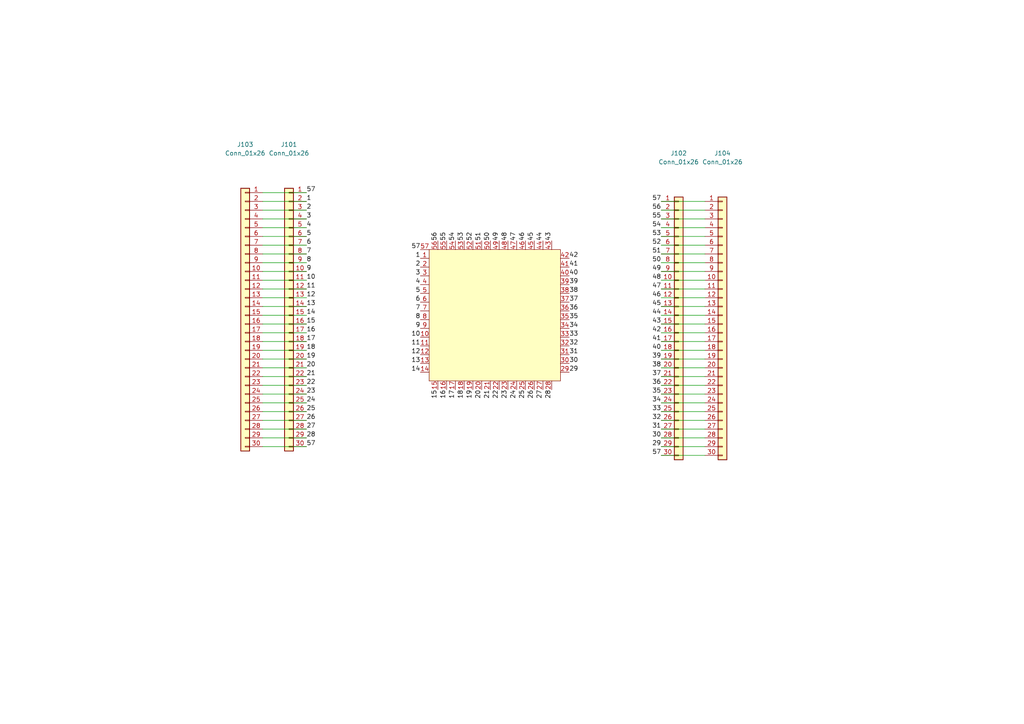
<source format=kicad_sch>
(kicad_sch (version 20250114) (generator "eeschema") (generator_version "9.0")
  (paper "A4")
  (lib_symbols
    (symbol "Connector_Generic:Conn_01x30" (pin_names (offset 1.016) (hide yes))
      (property "Reference" "J" (at 0 38.1 0))
      (property "Value" "Conn_01x30" (at 0 -40.64 0))
      (symbol "Conn_01x30_1_1"
        (rectangle (start -1.27 36.83) (end 1.27 -39.37) (stroke (width 0.254)) (fill (type background)))
        (rectangle (start -1.27 35.687) (end 0 35.433) (stroke (width 0.1524)))
        (rectangle (start -1.27 33.147) (end 0 32.893) (stroke (width 0.1524)))
        (rectangle (start -1.27 30.607) (end 0 30.353) (stroke (width 0.1524)))
        (rectangle (start -1.27 28.067) (end 0 27.813) (stroke (width 0.1524)))
        (rectangle (start -1.27 25.527) (end 0 25.273) (stroke (width 0.1524)))
        (rectangle (start -1.27 22.987) (end 0 22.733) (stroke (width 0.1524)))
        (rectangle (start -1.27 20.447) (end 0 20.193) (stroke (width 0.1524)))
        (rectangle (start -1.27 17.907) (end 0 17.653) (stroke (width 0.1524)))
        (rectangle (start -1.27 15.367) (end 0 15.113) (stroke (width 0.1524)))
        (rectangle (start -1.27 12.827) (end 0 12.573) (stroke (width 0.1524)))
        (rectangle (start -1.27 10.287) (end 0 10.033) (stroke (width 0.1524)))
        (rectangle (start -1.27 7.747) (end 0 7.493) (stroke (width 0.1524)))
        (rectangle (start -1.27 5.207) (end 0 4.953) (stroke (width 0.1524)))
        (rectangle (start -1.27 2.667) (end 0 2.413) (stroke (width 0.1524)))
        (rectangle (start -1.27 0.127) (end 0 -0.127) (stroke (width 0.1524)))
        (rectangle (start -1.27 -2.413) (end 0 -2.667) (stroke (width 0.1524)))
        (rectangle (start -1.27 -4.953) (end 0 -5.207) (stroke (width 0.1524)))
        (rectangle (start -1.27 -7.493) (end 0 -7.747) (stroke (width 0.1524)))
        (rectangle (start -1.27 -10.033) (end 0 -10.287) (stroke (width 0.1524)))
        (rectangle (start -1.27 -12.573) (end 0 -12.827) (stroke (width 0.1524)))
        (rectangle (start -1.27 -15.113) (end 0 -15.367) (stroke (width 0.1524)))
        (rectangle (start -1.27 -17.653) (end 0 -17.907) (stroke (width 0.1524)))
        (rectangle (start -1.27 -20.193) (end 0 -20.447) (stroke (width 0.1524)))
        (rectangle (start -1.27 -22.733) (end 0 -22.987) (stroke (width 0.1524)))
        (rectangle (start -1.27 -25.273) (end 0 -25.527) (stroke (width 0.1524)))
        (rectangle (start -1.27 -27.813) (end 0 -28.067) (stroke (width 0.1524)))
        (rectangle (start -1.27 -30.353) (end 0 -30.607) (stroke (width 0.1524)))
        (rectangle (start -1.27 -32.893) (end 0 -33.147) (stroke (width 0.1524)))
        (rectangle (start -1.27 -35.433) (end 0 -35.687) (stroke (width 0.1524)))
        (rectangle (start -1.27 -37.973) (end 0 -38.227) (stroke (width 0.1524)))
        (pin passive line (at -5.08 35.56 0) (length 3.81) (name "Pin_1") (number "1"))
        (pin passive line (at -5.08 33.02 0) (length 3.81) (name "Pin_2") (number "2"))
        (pin passive line (at -5.08 30.48 0) (length 3.81) (name "Pin_3") (number "3"))
        (pin passive line (at -5.08 27.94 0) (length 3.81) (name "Pin_4") (number "4"))
        (pin passive line (at -5.08 25.4 0) (length 3.81) (name "Pin_5") (number "5"))
        (pin passive line (at -5.08 22.86 0) (length 3.81) (name "Pin_6") (number "6"))
        (pin passive line (at -5.08 20.32 0) (length 3.81) (name "Pin_7") (number "7"))
        (pin passive line (at -5.08 17.78 0) (length 3.81) (name "Pin_8") (number "8"))
        (pin passive line (at -5.08 15.24 0) (length 3.81) (name "Pin_9") (number "9"))
        (pin passive line (at -5.08 12.7 0) (length 3.81) (name "Pin_10") (number "10"))
        (pin passive line (at -5.08 10.16 0) (length 3.81) (name "Pin_11") (number "11"))
        (pin passive line (at -5.08 7.62 0) (length 3.81) (name "Pin_12") (number "12"))
        (pin passive line (at -5.08 5.08 0) (length 3.81) (name "Pin_13") (number "13"))
        (pin passive line (at -5.08 2.54 0) (length 3.81) (name "Pin_14") (number "14"))
        (pin passive line (at -5.08 0 0) (length 3.81) (name "Pin_15") (number "15"))
        (pin passive line (at -5.08 -2.54 0) (length 3.81) (name "Pin_16") (number "16"))
        (pin passive line (at -5.08 -5.08 0) (length 3.81) (name "Pin_17") (number "17"))
        (pin passive line (at -5.08 -7.62 0) (length 3.81) (name "Pin_18") (number "18"))
        (pin passive line (at -5.08 -10.16 0) (length 3.81) (name "Pin_19") (number "19"))
        (pin passive line (at -5.08 -12.7 0) (length 3.81) (name "Pin_20") (number "20"))
        (pin passive line (at -5.08 -15.24 0) (length 3.81) (name "Pin_21") (number "21"))
        (pin passive line (at -5.08 -17.78 0) (length 3.81) (name "Pin_22") (number "22"))
        (pin passive line (at -5.08 -20.32 0) (length 3.81) (name "Pin_23") (number "23"))
        (pin passive line (at -5.08 -22.86 0) (length 3.81) (name "Pin_24") (number "24"))
        (pin passive line (at -5.08 -25.4 0) (length 3.81) (name "Pin_25") (number "25"))
        (pin passive line (at -5.08 -27.94 0) (length 3.81) (name "Pin_26") (number "26"))
        (pin passive line (at -5.08 -30.48 0) (length 3.81) (name "Pin_27") (number "27"))
        (pin passive line (at -5.08 -33.02 0) (length 3.81) (name "Pin_28") (number "28"))
        (pin passive line (at -5.08 -35.56 0) (length 3.81) (name "Pin_29") (number "29"))
        (pin passive line (at -5.08 -38.1 0) (length 3.81) (name "Pin_30") (number "30"))
      )
    )
    (symbol "Interface_Ethernet:VSC8541XMV-0x"
      (symbol "VSC8541XMV-0x_0_0"
        (pin unspecified line (at -21.59 16.51 0) (length 2.54) (name "") (number "1"))
        (pin unspecified line (at -21.59 13.97 0) (length 2.54) (name "") (number "2"))
        (pin unspecified line (at -21.59 11.43 0) (length 2.54) (name "") (number "3"))
        (pin unspecified line (at -21.59 8.89 0) (length 2.54) (name "") (number "4"))
        (pin unspecified line (at -21.59 6.35 0) (length 2.54) (name "") (number "5"))
        (pin unspecified line (at -21.59 3.81 0) (length 2.54) (name "") (number "6"))
        (pin unspecified line (at -21.59 1.27 0) (length 2.54) (name "") (number "7"))
        (pin unspecified line (at -21.59 -1.27 0) (length 2.54) (name "") (number "8"))
        (pin unspecified line (at -21.59 -3.81 0) (length 2.54) (name "") (number "9"))
        (pin unspecified line (at -21.59 -6.35 0) (length 2.54) (name "") (number "10"))
        (pin unspecified line (at -21.59 -8.89 0) (length 2.54) (name "") (number "11"))
        (pin unspecified line (at -21.59 -11.43 0) (length 2.54) (name "") (number "12"))
        (pin unspecified line (at -21.59 -13.97 0) (length 2.54) (name "") (number "13"))
        (pin unspecified line (at -21.59 -16.51 0) (length 2.54) (name "") (number "14"))
        (pin unspecified line (at -16.51 21.59 270) (length 2.54) (name "") (number "56"))
        (pin unspecified line (at -16.51 -21.59 90) (length 2.54) (name "") (number "15"))
        (pin unspecified line (at -13.97 21.59 270) (length 2.54) (name "") (number "55"))
        (pin unspecified line (at -13.97 -21.59 90) (length 2.54) (name "") (number "16"))
        (pin unspecified line (at -11.43 21.59 270) (length 2.54) (name "") (number "54"))
        (pin unspecified line (at -11.43 -21.59 90) (length 2.54) (name "") (number "17"))
        (pin unspecified line (at -8.89 21.59 270) (length 2.54) (name "") (number "53"))
        (pin unspecified line (at -8.89 -21.59 90) (length 2.54) (name "") (number "18"))
        (pin unspecified line (at -6.35 21.59 270) (length 2.54) (name "") (number "52"))
        (pin unspecified line (at -6.35 -21.59 90) (length 2.54) (name "") (number "19"))
        (pin unspecified line (at -3.81 21.59 270) (length 2.54) (name "") (number "51"))
        (pin unspecified line (at -3.81 -21.59 90) (length 2.54) (name "") (number "20"))
        (pin unspecified line (at -1.27 21.59 270) (length 2.54) (name "") (number "50"))
        (pin unspecified line (at -1.27 -21.59 90) (length 2.54) (name "") (number "21"))
        (pin unspecified line (at 1.27 21.59 270) (length 2.54) (name "") (number "49"))
        (pin unspecified line (at 1.27 -21.59 90) (length 2.54) (name "") (number "22"))
        (pin unspecified line (at 3.81 21.59 270) (length 2.54) (name "") (number "48"))
        (pin unspecified line (at 3.81 -21.59 90) (length 2.54) (name "") (number "23"))
        (pin unspecified line (at 6.35 21.59 270) (length 2.54) (name "") (number "47"))
        (pin unspecified line (at 6.35 -21.59 90) (length 2.54) (name "") (number "24"))
        (pin unspecified line (at 8.89 21.59 270) (length 2.54) (name "") (number "46"))
        (pin unspecified line (at 8.89 -21.59 90) (length 2.54) (name "") (number "25"))
        (pin unspecified line (at 11.43 21.59 270) (length 2.54) (name "") (number "45"))
        (pin unspecified line (at 11.43 -21.59 90) (length 2.54) (name "") (number "26"))
        (pin unspecified line (at 13.97 21.59 270) (length 2.54) (name "") (number "44"))
        (pin unspecified line (at 13.97 -21.59 90) (length 2.54) (name "") (number "27"))
        (pin unspecified line (at 16.51 21.59 270) (length 2.54) (name "") (number "43"))
        (pin unspecified line (at 16.51 -21.59 90) (length 2.54) (name "") (number "28"))
        (pin unspecified line (at 21.59 16.51 180) (length 2.54) (name "") (number "42"))
        (pin unspecified line (at 21.59 13.97 180) (length 2.54) (name "") (number "41"))
        (pin unspecified line (at 21.59 11.43 180) (length 2.54) (name "") (number "40"))
        (pin unspecified line (at 21.59 8.89 180) (length 2.54) (name "") (number "39"))
        (pin unspecified line (at 21.59 6.35 180) (length 2.54) (name "") (number "38"))
        (pin unspecified line (at 21.59 3.81 180) (length 2.54) (name "") (number "37"))
        (pin unspecified line (at 21.59 1.27 180) (length 2.54) (name "") (number "36"))
        (pin unspecified line (at 21.59 -1.27 180) (length 2.54) (name "") (number "35"))
        (pin unspecified line (at 21.59 -3.81 180) (length 2.54) (name "") (number "34"))
        (pin unspecified line (at 21.59 -6.35 180) (length 2.54) (name "") (number "33"))
        (pin unspecified line (at 21.59 -8.89 180) (length 2.54) (name "") (number "32"))
        (pin unspecified line (at 21.59 -11.43 180) (length 2.54) (name "") (number "31"))
        (pin unspecified line (at 21.59 -13.97 180) (length 2.54) (name "") (number "30"))
        (pin unspecified line (at 21.59 -16.51 180) (length 2.54) (name "") (number "29"))
      )
      (symbol "VSC8541XMV-0x_1_0"
        (pin unspecified line (at -21.59 19.05 0) (length 2.54) (name "") (number "57"))
      )
      (symbol "VSC8541XMV-0x_1_1"
        (rectangle (start -19.05 19.05) (end 19.05 -19.05) (fill (type background)))
      )
    )
  )
  (wire (pts (xy 204.47 124.46) (xy 191.77 124.46)))
  (wire (pts (xy 204.47 66.04) (xy 191.77 66.04)))
  (wire (pts (xy 76.2 121.92) (xy 88.9 121.92)))
  (wire (pts (xy 76.2 116.84) (xy 88.9 116.84)))
  (wire (pts (xy 76.2 60.96) (xy 88.9 60.96)))
  (wire (pts (xy 204.47 101.6) (xy 191.77 101.6)))
  (wire (pts (xy 204.47 111.76) (xy 191.77 111.76)))
  (wire (pts (xy 76.2 88.9) (xy 88.9 88.9)))
  (wire (pts (xy 76.2 111.76) (xy 88.9 111.76)))
  (wire (pts (xy 76.2 119.38) (xy 88.9 119.38)))
  (wire (pts (xy 204.47 121.92) (xy 191.77 121.92)))
  (wire (pts (xy 76.2 71.12) (xy 88.9 71.12)))
  (wire (pts (xy 204.47 81.28) (xy 191.77 81.28)))
  (wire (pts (xy 76.2 91.44) (xy 88.9 91.44)))
  (wire (pts (xy 76.2 63.5) (xy 88.9 63.5)))
  (wire (pts (xy 76.2 104.14) (xy 88.9 104.14)))
  (wire (pts (xy 76.2 66.04) (xy 88.9 66.04)))
  (wire (pts (xy 76.2 101.6) (xy 88.9 101.6)))
  (wire (pts (xy 204.47 88.9) (xy 191.77 88.9)))
  (wire (pts (xy 204.47 78.74) (xy 191.77 78.74)))
  (wire (pts (xy 204.47 76.2) (xy 191.77 76.2)))
  (wire (pts (xy 76.2 83.82) (xy 88.9 83.82)))
  (wire (pts (xy 204.47 104.14) (xy 191.77 104.14)))
  (wire (pts (xy 204.47 93.98) (xy 191.77 93.98)))
  (wire (pts (xy 204.47 73.66) (xy 191.77 73.66)))
  (wire (pts (xy 76.2 124.46) (xy 88.9 124.46)))
  (wire (pts (xy 76.2 114.3) (xy 88.9 114.3)))
  (wire (pts (xy 204.47 119.38) (xy 191.77 119.38)))
  (wire (pts (xy 191.77 132.08) (xy 204.47 132.08)))
  (wire (pts (xy 204.47 96.52) (xy 191.77 96.52)))
  (wire (pts (xy 204.47 114.3) (xy 191.77 114.3)))
  (wire (pts (xy 76.2 81.28) (xy 88.9 81.28)))
  (wire (pts (xy 191.77 60.96) (xy 204.47 60.96)))
  (wire (pts (xy 76.2 96.52) (xy 88.9 96.52)))
  (wire (pts (xy 204.47 63.5) (xy 191.77 63.5)))
  (wire (pts (xy 76.2 106.68) (xy 88.9 106.68)))
  (wire (pts (xy 204.47 116.84) (xy 191.77 116.84)))
  (wire (pts (xy 76.2 109.22) (xy 88.9 109.22)))
  (wire (pts (xy 76.2 129.54) (xy 88.9 129.54)))
  (wire (pts (xy 204.47 127) (xy 191.77 127)))
  (wire (pts (xy 76.2 68.58) (xy 88.9 68.58)))
  (wire (pts (xy 204.47 106.68) (xy 191.77 106.68)))
  (wire (pts (xy 204.47 91.44) (xy 191.77 91.44)))
  (wire (pts (xy 76.2 99.06) (xy 88.9 99.06)))
  (wire (pts (xy 204.47 71.12) (xy 191.77 71.12)))
  (wire (pts (xy 76.2 58.42) (xy 88.9 58.42)))
  (wire (pts (xy 76.2 78.74) (xy 88.9 78.74)))
  (wire (pts (xy 76.2 55.88) (xy 88.9 55.88)))
  (wire (pts (xy 204.47 99.06) (xy 191.77 99.06)))
  (wire (pts (xy 191.77 129.54) (xy 204.47 129.54)))
  (wire (pts (xy 204.47 83.82) (xy 191.77 83.82)))
  (wire (pts (xy 76.2 86.36) (xy 88.9 86.36)))
  (wire (pts (xy 204.47 86.36) (xy 191.77 86.36)))
  (wire (pts (xy 76.2 76.2) (xy 88.9 76.2)))
  (wire (pts (xy 204.47 68.58) (xy 191.77 68.58)))
  (wire (pts (xy 76.2 127) (xy 88.9 127)))
  (wire (pts (xy 191.77 58.42) (xy 204.47 58.42)))
  (wire (pts (xy 76.2 93.98) (xy 88.9 93.98)))
  (wire (pts (xy 76.2 73.66) (xy 88.9 73.66)))
  (wire (pts (xy 204.47 109.22) (xy 191.77 109.22)))
  (label "31" (at 191.77 124.46 180))
  (label "19" (at 88.9 104.14 0))
  (label "29" (at 191.77 129.54 180))
  (label "55" (at 191.77 63.5 180))
  (label "20" (at 88.9 106.68 0))
  (label "26" (at 88.9 121.92 0))
  (label "57" (at 121.92 72.39 180))
  (label "52" (at 137.16 69.85 90))
  (label "54" (at 132.08 69.85 90))
  (label "53" (at 134.62 69.85 90))
  (label "55" (at 129.54 69.85 90))
  (label "56" (at 127 69.85 90))
  (label "50" (at 142.24 69.85 90))
  (label "51" (at 139.7 69.85 90))
  (label "43" (at 191.77 93.98 180))
  (label "40" (at 191.77 101.6 180))
  (label "12" (at 88.9 86.36 0))
  (label "54" (at 191.77 66.04 180))
  (label "23" (at 88.9 114.3 0))
  (label "57" (at 88.9 55.88 0))
  (label "57" (at 88.9 129.54 0))
  (label "11" (at 88.9 83.82 0))
  (label "10" (at 88.9 81.28 0))
  (label "36" (at 191.77 111.76 180))
  (label "16" (at 88.9 96.52 0))
  (label "14" (at 88.9 91.44 0))
  (label "45" (at 191.77 88.9 180))
  (label "3" (at 88.9 63.5 0))
  (label "39" (at 191.77 104.14 180))
  (label "8" (at 88.9 76.2 0))
  (label "18" (at 88.9 101.6 0))
  (label "4" (at 88.9 66.04 0))
  (label "47" (at 191.77 83.82 180))
  (label "17" (at 88.9 99.06 0))
  (label "37" (at 191.77 109.22 180))
  (label "51" (at 191.77 73.66 180))
  (label "21" (at 88.9 109.22 0))
  (label "46" (at 191.77 86.36 180))
  (label "35" (at 191.77 114.3 180))
  (label "7" (at 88.9 73.66 0))
  (label "44" (at 191.77 91.44 180))
  (label "53" (at 191.77 68.58 180))
  (label "13" (at 88.9 88.9 0))
  (label "27" (at 88.9 124.46 0))
  (label "24" (at 88.9 116.84 0))
  (label "15" (at 88.9 93.98 0))
  (label "52" (at 191.77 71.12 180))
  (label "2" (at 88.9 60.96 0))
  (label "56" (at 191.77 60.96 180))
  (label "38" (at 191.77 106.68 180))
  (label "48" (at 191.77 81.28 180))
  (label "1" (at 88.9 58.42 0))
  (label "22" (at 88.9 111.76 0))
  (label "32" (at 191.77 121.92 180))
  (label "3" (at 121.92 80.01 180))
  (label "1" (at 121.92 74.93 180))
  (label "2" (at 121.92 77.47 180))
  (label "4" (at 121.92 82.55 180))
  (label "5" (at 121.92 85.09 180))
  (label "6" (at 121.92 87.63 180))
  (label "7" (at 121.92 90.17 180))
  (label "8" (at 121.92 92.71 180))
  (label "10" (at 121.92 97.79 180))
  (label "11" (at 121.92 100.33 180))
  (label "12" (at 121.92 102.87 180))
  (label "9" (at 121.92 95.25 180))
  (label "13" (at 121.92 105.41 180))
  (label "14" (at 121.92 107.95 180))
  (label "15" (at 127 113.03 270))
  (label "16" (at 129.54 113.03 270))
  (label "17" (at 132.08 113.03 270))
  (label "36" (at 165.1 90.17 0))
  (label "37" (at 165.1 87.63 0))
  (label "38" (at 165.1 85.09 0))
  (label "35" (at 165.1 92.71 0))
  (label "40" (at 165.1 80.01 0))
  (label "39" (at 165.1 82.55 0))
  (label "49" (at 144.78 69.85 90))
  (label "48" (at 147.32 69.85 90))
  (label "47" (at 149.86 69.85 90))
  (label "44" (at 157.48 69.85 90))
  (label "43" (at 160.02 69.85 90))
  (label "45" (at 154.94 69.85 90))
  (label "46" (at 152.4 69.85 90))
  (label "42" (at 165.1 74.93 0))
  (label "41" (at 165.1 77.47 0))
  (label "18" (at 134.62 113.03 270))
  (label "34" (at 165.1 95.25 0))
  (label "21" (at 142.24 113.03 270))
  (label "20" (at 139.7 113.03 270))
  (label "19" (at 137.16 113.03 270))
  (label "22" (at 144.78 113.03 270))
  (label "23" (at 147.32 113.03 270))
  (label "24" (at 149.86 113.03 270))
  (label "25" (at 152.4 113.03 270))
  (label "26" (at 154.94 113.03 270))
  (label "27" (at 157.48 113.03 270))
  (label "28" (at 160.02 113.03 270))
  (label "29" (at 165.1 107.95 0))
  (label "30" (at 165.1 105.41 0))
  (label "31" (at 165.1 102.87 0))
  (label "32" (at 165.1 100.33 0))
  (label "33" (at 165.1 97.79 0))
  (label "34" (at 191.77 116.84 180))
  (label "41" (at 191.77 99.06 180))
  (label "57" (at 191.77 132.08 180))
  (label "5" (at 88.9 68.58 0))
  (label "30" (at 191.77 127 180))
  (label "33" (at 191.77 119.38 180))
  (label "57" (at 191.77 58.42 180))
  (label "42" (at 191.77 96.52 180))
  (label "49" (at 191.77 78.74 180))
  (label "9" (at 88.9 78.74 0))
  (label "6" (at 88.9 71.12 0))
  (label "28" (at 88.9 127 0))
  (label "25" (at 88.9 119.38 0))
  (label "50" (at 191.77 76.2 180))
  (symbol (lib_id "Interface_Ethernet:VSC8541XMV-0x") (at 143.51 91.44 0) (unit 1)
    (property "Reference" "U101" (effects (hide yes)))
    (property "Value" "QFN-48" (effects (hide yes)))
    (property "Footprint" "Package_DFN_QFN:QFN-56-1EP_8x8mm_P0.5mm_EP4.3x4.3mm_ThermalVias" (effects (hide yes)))
  )
  (symbol (lib_id "Connector_Generic:Conn_01x30") (at 209.55 93.98 0) (unit 1)
    (property "Reference" "J104" (at 209.55 44.45 0))
    (property "Value" "Conn_01x26" (at 209.55 46.99 0))
    (property "Footprint" "Connector_PinHeader_2.54mm:PinHeader_1x30_P2.54mm_Vertical_SMD_Pin1Right" (effects (hide yes)))
    (property "Description" "Generic connector, single row, 01x30, script generated (kicad-library-utils/schlib/autogen/connector/)" (effects (hide yes)))
  )
  (symbol (lib_id "Connector_Generic:Conn_01x30") (at 83.82 91.44 0) (mirror y) (unit 1)
    (property "Reference" "J101" (at 83.82 41.91 0))
    (property "Value" "Conn_01x26" (at 83.82 44.45 0))
    (property "Footprint" "Connector_PinHeader_2.54mm:PinHeader_1x30_P2.54mm_Vertical" (effects (hide yes)))
    (property "Description" "Generic connector, single row, 01x30, script generated (kicad-library-utils/schlib/autogen/connector/)" (effects (hide yes)))
  )
  (symbol (lib_id "Connector_Generic:Conn_01x30") (at 196.85 93.98 0) (unit 1)
    (property "Reference" "J102" (at 196.85 44.45 0))
    (property "Value" "Conn_01x26" (at 196.85 46.99 0))
    (property "Footprint" "Connector_PinHeader_2.54mm:PinHeader_1x30_P2.54mm_Vertical" (effects (hide yes)))
    (property "Description" "Generic connector, single row, 01x30, script generated (kicad-library-utils/schlib/autogen/connector/)" (effects (hide yes)))
  )
  (symbol (lib_id "Connector_Generic:Conn_01x30") (at 71.12 91.44 0) (mirror y) (unit 1)
    (property "Reference" "J103" (at 71.12 41.91 0))
    (property "Value" "Conn_01x26" (at 71.12 44.45 0))
    (property "Footprint" "Connector_PinHeader_2.54mm:PinHeader_1x30_P2.54mm_Vertical_SMD_Pin1Left" (effects (hide yes)))
    (property "Description" "Generic connector, single row, 01x30, script generated (kicad-library-utils/schlib/autogen/connector/)" (effects (hide yes)))
  )
)
</source>
